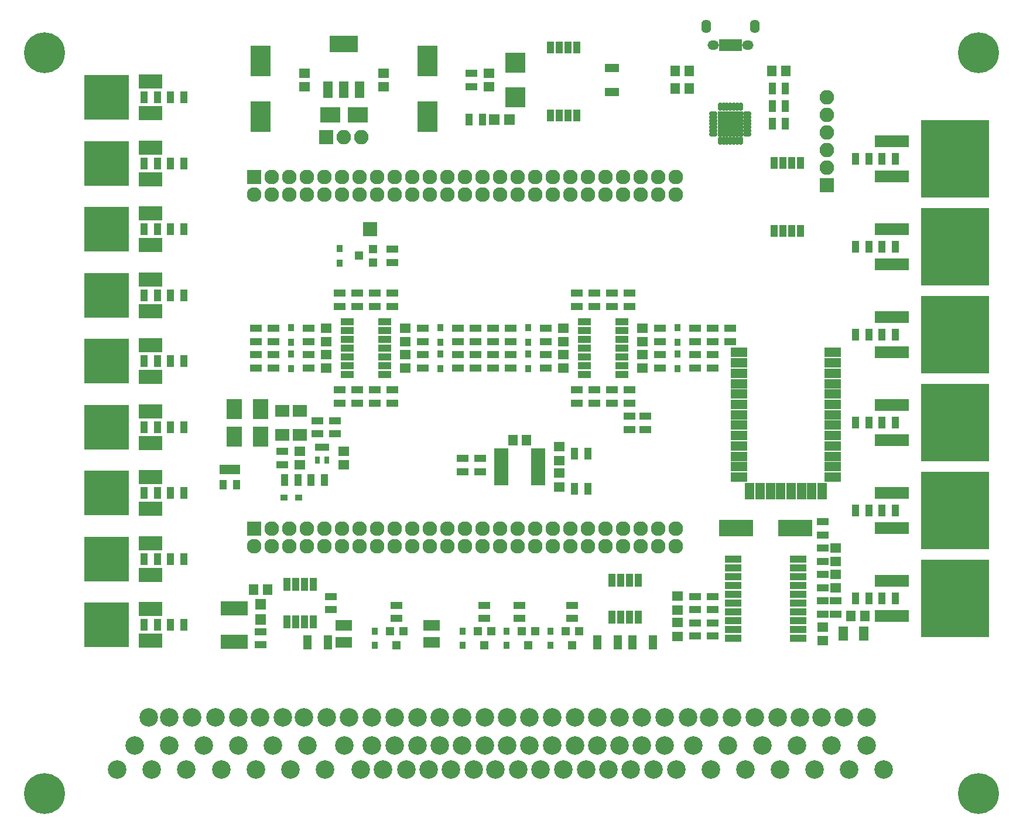
<source format=gbr>
G04 #@! TF.FileFunction,Soldermask,Top*
%FSLAX46Y46*%
G04 Gerber Fmt 4.6, Leading zero omitted, Abs format (unit mm)*
G04 Created by KiCad (PCBNEW 4.0.6) date 01/07/18 00:35:13*
%MOMM*%
%LPD*%
G01*
G04 APERTURE LIST*
%ADD10C,0.100000*%
%ADD11C,5.900000*%
%ADD12R,1.400000X1.650000*%
%ADD13R,1.650000X1.400000*%
%ADD14R,2.900000X2.950000*%
%ADD15R,1.400000X2.000000*%
%ADD16R,0.850000X1.000000*%
%ADD17R,1.600000X1.600000*%
%ADD18R,2.200000X2.900000*%
%ADD19R,2.900000X2.200000*%
%ADD20R,1.900000X1.000000*%
%ADD21O,0.700000X1.250000*%
%ADD22O,1.250000X0.700000*%
%ADD23R,2.075000X2.075000*%
%ADD24R,2.350000X1.000000*%
%ADD25R,1.000000X1.950000*%
%ADD26R,1.200000X1.300000*%
%ADD27R,1.300000X1.200000*%
%ADD28R,1.700000X1.100000*%
%ADD29R,1.100000X1.700000*%
%ADD30R,1.300000X2.100000*%
%ADD31R,2.100000X1.300000*%
%ADD32R,2.127200X2.127200*%
%ADD33O,2.127200X2.127200*%
%ADD34R,4.900000X2.400000*%
%ADD35R,2.429460X1.540460*%
%ADD36R,2.100000X2.100000*%
%ADD37O,2.100000X2.100000*%
%ADD38R,1.000000X0.850000*%
%ADD39R,2.900000X4.400000*%
%ADD40R,2.000000X0.810000*%
%ADD41R,0.800000X1.050000*%
%ADD42R,1.050000X1.460000*%
%ADD43R,2.100000X1.700000*%
%ADD44R,1.090000X1.750000*%
%ADD45R,2.400000X1.400000*%
%ADD46R,1.400000X2.400000*%
%ADD47R,3.448000X2.051000*%
%ADD48R,6.496000X6.496000*%
%ADD49R,9.800000X11.200000*%
%ADD50R,5.000000X1.790000*%
%ADD51C,1.206000*%
%ADD52R,0.800000X1.750000*%
%ADD53O,1.650000X1.350000*%
%ADD54O,1.400000X1.950000*%
%ADD55C,2.686000*%
%ADD56R,4.057600X2.432000*%
%ADD57R,1.416000X2.432000*%
%ADD58R,3.900000X2.000000*%
G04 APERTURE END LIST*
D10*
D11*
X140000000Y-112000000D03*
X5000000Y-112000000D03*
X140000000Y-5000000D03*
X5000000Y-5000000D03*
D12*
X110125000Y-7620000D03*
X112125000Y-7620000D03*
D13*
X45720000Y-46720000D03*
X45720000Y-44720000D03*
X80010000Y-46720000D03*
X80010000Y-44720000D03*
D12*
X98155000Y-7620000D03*
X96155000Y-7620000D03*
X35195000Y-82550000D03*
X37195000Y-82550000D03*
X98155000Y-10160000D03*
X96155000Y-10160000D03*
D13*
X42545000Y-9890000D03*
X42545000Y-7890000D03*
X53975000Y-9890000D03*
X53975000Y-7890000D03*
X45720000Y-48530000D03*
X45720000Y-50530000D03*
X80010000Y-48530000D03*
X80010000Y-50530000D03*
X69215000Y-7890000D03*
X69215000Y-9890000D03*
D14*
X73025000Y-6365000D03*
X73025000Y-11415000D03*
D13*
X57150000Y-48530000D03*
X57150000Y-50530000D03*
X91440000Y-48530000D03*
X91440000Y-50530000D03*
X57150000Y-46720000D03*
X57150000Y-44720000D03*
X91440000Y-46720000D03*
X91440000Y-44720000D03*
D15*
X120420000Y-88900000D03*
X123420000Y-88900000D03*
D13*
X117475000Y-89900000D03*
X117475000Y-87900000D03*
D12*
X121555000Y-86360000D03*
X123555000Y-86360000D03*
D13*
X119380000Y-78470000D03*
X119380000Y-76470000D03*
X119380000Y-82280000D03*
X119380000Y-80280000D03*
X96520000Y-87265000D03*
X96520000Y-89265000D03*
X96520000Y-85455000D03*
X96520000Y-83455000D03*
D16*
X40640000Y-46770000D03*
X40640000Y-44670000D03*
X74930000Y-46770000D03*
X74930000Y-44670000D03*
D17*
X36195000Y-86825000D03*
X36195000Y-84625000D03*
D18*
X36195000Y-60420000D03*
X36195000Y-56420000D03*
X32385000Y-56420000D03*
X32385000Y-60420000D03*
D19*
X46260000Y-13970000D03*
X50260000Y-13970000D03*
D16*
X40640000Y-48480000D03*
X40640000Y-50580000D03*
X74930000Y-48480000D03*
X74930000Y-50580000D03*
D17*
X70020000Y-14605000D03*
X72220000Y-14605000D03*
D16*
X62230000Y-48480000D03*
X62230000Y-50580000D03*
X96520000Y-48480000D03*
X96520000Y-50580000D03*
X52705000Y-88485000D03*
X52705000Y-90585000D03*
X78105000Y-88485000D03*
X78105000Y-90585000D03*
X47625000Y-35340000D03*
X47625000Y-33240000D03*
X62230000Y-46770000D03*
X62230000Y-44670000D03*
X96520000Y-46770000D03*
X96520000Y-44670000D03*
X65405000Y-88485000D03*
X65405000Y-90585000D03*
D20*
X48735000Y-43815000D03*
X48735000Y-45085000D03*
X48735000Y-46355000D03*
X48735000Y-47625000D03*
X48735000Y-48895000D03*
X48735000Y-50165000D03*
X48735000Y-51435000D03*
X54135000Y-51435000D03*
X54135000Y-50165000D03*
X54135000Y-48895000D03*
X54135000Y-47625000D03*
X54135000Y-46355000D03*
X54135000Y-45085000D03*
X54135000Y-43815000D03*
D21*
X105640000Y-12790000D03*
X105140000Y-12790000D03*
X104640000Y-12790000D03*
X104140000Y-12790000D03*
X103640000Y-12790000D03*
X103140000Y-12790000D03*
X102640000Y-12790000D03*
D22*
X101690000Y-13740000D03*
X101690000Y-14240000D03*
X101690000Y-14740000D03*
X101690000Y-15240000D03*
X101690000Y-15740000D03*
X101690000Y-16240000D03*
X101690000Y-16740000D03*
D21*
X102640000Y-17690000D03*
X103140000Y-17690000D03*
X103640000Y-17690000D03*
X104140000Y-17690000D03*
X104640000Y-17690000D03*
X105140000Y-17690000D03*
X105640000Y-17690000D03*
D22*
X106590000Y-16740000D03*
X106590000Y-16240000D03*
X106590000Y-15740000D03*
X106590000Y-15240000D03*
X106590000Y-14740000D03*
X106590000Y-14240000D03*
X106590000Y-13740000D03*
D23*
X103302500Y-16077500D03*
X104977500Y-16077500D03*
X103302500Y-14402500D03*
X104977500Y-14402500D03*
D20*
X83025000Y-43815000D03*
X83025000Y-45085000D03*
X83025000Y-46355000D03*
X83025000Y-47625000D03*
X83025000Y-48895000D03*
X83025000Y-50165000D03*
X83025000Y-51435000D03*
X88425000Y-51435000D03*
X88425000Y-50165000D03*
X88425000Y-48895000D03*
X88425000Y-47625000D03*
X88425000Y-46355000D03*
X88425000Y-45085000D03*
X88425000Y-43815000D03*
D24*
X113920000Y-89535000D03*
X113920000Y-88265000D03*
X113920000Y-86995000D03*
X113920000Y-85725000D03*
X113920000Y-84455000D03*
X113920000Y-83185000D03*
X113920000Y-81915000D03*
X113920000Y-80645000D03*
X113920000Y-79375000D03*
X113920000Y-78105000D03*
X104520000Y-78105000D03*
X104520000Y-79375000D03*
X104520000Y-80645000D03*
X104520000Y-81915000D03*
X104520000Y-83185000D03*
X104520000Y-84455000D03*
X104520000Y-85725000D03*
X104520000Y-86995000D03*
X104520000Y-88265000D03*
X104520000Y-89535000D03*
D25*
X43815000Y-81755000D03*
X42545000Y-81755000D03*
X41275000Y-81755000D03*
X40005000Y-81755000D03*
X40005000Y-87155000D03*
X41275000Y-87155000D03*
X42545000Y-87155000D03*
X43815000Y-87155000D03*
X90805000Y-81120000D03*
X89535000Y-81120000D03*
X88265000Y-81120000D03*
X86995000Y-81120000D03*
X86995000Y-86520000D03*
X88265000Y-86520000D03*
X89535000Y-86520000D03*
X90805000Y-86520000D03*
D26*
X56830000Y-88535000D03*
X54930000Y-88535000D03*
X55880000Y-90535000D03*
X82230000Y-88535000D03*
X80330000Y-88535000D03*
X81280000Y-90535000D03*
D27*
X52435000Y-35240000D03*
X52435000Y-33340000D03*
X50435000Y-34290000D03*
D26*
X69530000Y-88535000D03*
X67630000Y-88535000D03*
X68580000Y-90535000D03*
D28*
X35560000Y-46670000D03*
X35560000Y-44770000D03*
X69850000Y-46670000D03*
X69850000Y-44770000D03*
D29*
X25080000Y-59055000D03*
X23180000Y-59055000D03*
D28*
X38100000Y-44770000D03*
X38100000Y-46670000D03*
X72390000Y-44770000D03*
X72390000Y-46670000D03*
D29*
X110175000Y-10160000D03*
X112075000Y-10160000D03*
D28*
X36195000Y-90485000D03*
X36195000Y-88585000D03*
X43180000Y-44770000D03*
X43180000Y-46670000D03*
X77470000Y-44770000D03*
X77470000Y-46670000D03*
D29*
X25080000Y-49530000D03*
X23180000Y-49530000D03*
X25080000Y-40005000D03*
X23180000Y-40005000D03*
D28*
X50165000Y-41590000D03*
X50165000Y-39690000D03*
X84455000Y-41590000D03*
X84455000Y-39690000D03*
D29*
X25080000Y-30480000D03*
X23180000Y-30480000D03*
D28*
X47625000Y-39690000D03*
X47625000Y-41590000D03*
X81915000Y-39690000D03*
X81915000Y-41590000D03*
X35560000Y-48580000D03*
X35560000Y-50480000D03*
X69850000Y-48580000D03*
X69850000Y-50480000D03*
D29*
X25080000Y-20955000D03*
X23180000Y-20955000D03*
D28*
X38100000Y-50480000D03*
X38100000Y-48580000D03*
X72390000Y-50480000D03*
X72390000Y-48580000D03*
X43180000Y-50480000D03*
X43180000Y-48580000D03*
X77470000Y-50480000D03*
X77470000Y-48580000D03*
D29*
X25080000Y-11430000D03*
X23180000Y-11430000D03*
X110175000Y-12700000D03*
X112075000Y-12700000D03*
X112075000Y-15240000D03*
X110175000Y-15240000D03*
X68260000Y-14605000D03*
X66360000Y-14605000D03*
X122240000Y-83820000D03*
X124140000Y-83820000D03*
X126050000Y-83820000D03*
X127950000Y-83820000D03*
X25080000Y-78105000D03*
X23180000Y-78105000D03*
D28*
X50165000Y-53660000D03*
X50165000Y-55560000D03*
X84455000Y-53660000D03*
X84455000Y-55560000D03*
X47625000Y-55560000D03*
X47625000Y-53660000D03*
X81915000Y-55560000D03*
X81915000Y-53660000D03*
D29*
X122240000Y-71120000D03*
X124140000Y-71120000D03*
X126050000Y-71120000D03*
X127950000Y-71120000D03*
X25080000Y-68580000D03*
X23180000Y-68580000D03*
D28*
X67310000Y-48580000D03*
X67310000Y-50480000D03*
X101600000Y-48580000D03*
X101600000Y-50480000D03*
X64770000Y-50480000D03*
X64770000Y-48580000D03*
X99060000Y-50480000D03*
X99060000Y-48580000D03*
D29*
X122240000Y-58420000D03*
X124140000Y-58420000D03*
X126050000Y-58420000D03*
X127950000Y-58420000D03*
D28*
X59690000Y-50480000D03*
X59690000Y-48580000D03*
X93980000Y-50480000D03*
X93980000Y-48580000D03*
X55880000Y-86675000D03*
X55880000Y-84775000D03*
D29*
X122240000Y-45720000D03*
X124140000Y-45720000D03*
X126050000Y-45720000D03*
X127950000Y-45720000D03*
D28*
X81280000Y-86675000D03*
X81280000Y-84775000D03*
D29*
X122240000Y-33020000D03*
X124140000Y-33020000D03*
X126050000Y-33020000D03*
X127950000Y-33020000D03*
D28*
X52705000Y-53660000D03*
X52705000Y-55560000D03*
X86995000Y-53660000D03*
X86995000Y-55560000D03*
X55245000Y-35240000D03*
X55245000Y-33340000D03*
D29*
X122240000Y-20320000D03*
X124140000Y-20320000D03*
X126050000Y-20320000D03*
X127950000Y-20320000D03*
D28*
X55245000Y-55560000D03*
X55245000Y-53660000D03*
X89535000Y-55560000D03*
X89535000Y-53660000D03*
X67310000Y-46670000D03*
X67310000Y-44770000D03*
X104140000Y-44770000D03*
X104140000Y-46670000D03*
X101600000Y-46670000D03*
X101600000Y-44770000D03*
X64770000Y-44770000D03*
X64770000Y-46670000D03*
X99060000Y-44770000D03*
X99060000Y-46670000D03*
X59690000Y-44770000D03*
X59690000Y-46670000D03*
X93980000Y-44770000D03*
X93980000Y-46670000D03*
X117475000Y-80330000D03*
X117475000Y-82230000D03*
X119380000Y-84140000D03*
X119380000Y-86040000D03*
X52705000Y-41590000D03*
X52705000Y-39690000D03*
X86995000Y-41590000D03*
X86995000Y-39690000D03*
X117475000Y-86040000D03*
X117475000Y-84140000D03*
X117475000Y-76520000D03*
X117475000Y-78420000D03*
X55245000Y-39690000D03*
X55245000Y-41590000D03*
X89535000Y-39690000D03*
X89535000Y-41590000D03*
X117475000Y-74610000D03*
X117475000Y-72710000D03*
X101600000Y-87315000D03*
X101600000Y-89215000D03*
X101600000Y-83505000D03*
X101600000Y-85405000D03*
X46355000Y-83505000D03*
X46355000Y-85405000D03*
X99060000Y-87315000D03*
X99060000Y-89215000D03*
X99060000Y-85405000D03*
X99060000Y-83505000D03*
D30*
X45900000Y-90170000D03*
X43000000Y-90170000D03*
D28*
X68580000Y-86675000D03*
X68580000Y-84775000D03*
D30*
X89990000Y-90170000D03*
X92890000Y-90170000D03*
D31*
X86995000Y-7190000D03*
X86995000Y-10590000D03*
D32*
X35290000Y-73710000D03*
D33*
X35290000Y-76250000D03*
X37830000Y-73710000D03*
X37830000Y-76250000D03*
X40370000Y-73710000D03*
X40370000Y-76250000D03*
X42910000Y-73710000D03*
X42910000Y-76250000D03*
X45450000Y-73710000D03*
X45450000Y-76250000D03*
X47990000Y-73710000D03*
X47990000Y-76250000D03*
X50530000Y-73710000D03*
X50530000Y-76250000D03*
X53070000Y-73710000D03*
X53070000Y-76250000D03*
X55610000Y-73710000D03*
X55610000Y-76250000D03*
X58150000Y-73710000D03*
X58150000Y-76250000D03*
X60690000Y-73710000D03*
X60690000Y-76250000D03*
X63230000Y-73710000D03*
X63230000Y-76250000D03*
X65770000Y-73710000D03*
X65770000Y-76250000D03*
X68310000Y-73710000D03*
X68310000Y-76250000D03*
X70850000Y-73710000D03*
X70850000Y-76250000D03*
X73390000Y-73710000D03*
X73390000Y-76250000D03*
X75930000Y-73710000D03*
X75930000Y-76250000D03*
X78470000Y-73710000D03*
X78470000Y-76250000D03*
X81010000Y-73710000D03*
X81010000Y-76250000D03*
X83550000Y-73710000D03*
X83550000Y-76250000D03*
X86090000Y-73710000D03*
X86090000Y-76250000D03*
X88630000Y-73710000D03*
X88630000Y-76250000D03*
X91170000Y-73710000D03*
X91170000Y-76250000D03*
X93710000Y-73710000D03*
X93710000Y-76250000D03*
X96250000Y-73710000D03*
X96250000Y-76250000D03*
D32*
X35290000Y-22910000D03*
D33*
X35290000Y-25450000D03*
X37830000Y-22910000D03*
X37830000Y-25450000D03*
X40370000Y-22910000D03*
X40370000Y-25450000D03*
X42910000Y-22910000D03*
X42910000Y-25450000D03*
X45450000Y-22910000D03*
X45450000Y-25450000D03*
X47990000Y-22910000D03*
X47990000Y-25450000D03*
X50530000Y-22910000D03*
X50530000Y-25450000D03*
X53070000Y-22910000D03*
X53070000Y-25450000D03*
X55610000Y-22910000D03*
X55610000Y-25450000D03*
X58150000Y-22910000D03*
X58150000Y-25450000D03*
X60690000Y-22910000D03*
X60690000Y-25450000D03*
X63230000Y-22910000D03*
X63230000Y-25450000D03*
X65770000Y-22910000D03*
X65770000Y-25450000D03*
X68310000Y-22910000D03*
X68310000Y-25450000D03*
X70850000Y-22910000D03*
X70850000Y-25450000D03*
X73390000Y-22910000D03*
X73390000Y-25450000D03*
X75930000Y-22910000D03*
X75930000Y-25450000D03*
X78470000Y-22910000D03*
X78470000Y-25450000D03*
X81010000Y-22910000D03*
X81010000Y-25450000D03*
X83550000Y-22910000D03*
X83550000Y-25450000D03*
X86090000Y-22910000D03*
X86090000Y-25450000D03*
X88630000Y-22910000D03*
X88630000Y-25450000D03*
X91170000Y-22910000D03*
X91170000Y-25450000D03*
X93710000Y-22910000D03*
X93710000Y-25450000D03*
X96250000Y-22910000D03*
X96250000Y-25450000D03*
D34*
X113470000Y-73660000D03*
X104970000Y-73660000D03*
D35*
X60960000Y-90103960D03*
X60960000Y-87696040D03*
X48260000Y-90103960D03*
X48260000Y-87696040D03*
D29*
X19370000Y-59055000D03*
X21270000Y-59055000D03*
X19370000Y-49530000D03*
X21270000Y-49530000D03*
X19370000Y-40005000D03*
X21270000Y-40005000D03*
X19370000Y-30480000D03*
X21270000Y-30480000D03*
X19370000Y-20955000D03*
X21270000Y-20955000D03*
X19370000Y-11430000D03*
X21270000Y-11430000D03*
D13*
X79375000Y-65675000D03*
X79375000Y-67675000D03*
D12*
X74660000Y-60960000D03*
X72660000Y-60960000D03*
D13*
X79375000Y-61865000D03*
X79375000Y-63865000D03*
D16*
X71755000Y-88485000D03*
X71755000Y-90585000D03*
D36*
X52070000Y-30480000D03*
D26*
X75880000Y-88535000D03*
X73980000Y-88535000D03*
X74930000Y-90535000D03*
D28*
X65405000Y-65466000D03*
X65405000Y-63566000D03*
D29*
X81600000Y-67945000D03*
X83500000Y-67945000D03*
X19370000Y-87630000D03*
X21270000Y-87630000D03*
X25080000Y-87630000D03*
X23180000Y-87630000D03*
X81600000Y-62865000D03*
X83500000Y-62865000D03*
D28*
X89535000Y-57470000D03*
X89535000Y-59370000D03*
D30*
X87810000Y-90170000D03*
X84910000Y-90170000D03*
D28*
X73660000Y-86675000D03*
X73660000Y-84775000D03*
X67945000Y-65466000D03*
X67945000Y-63566000D03*
D29*
X19370000Y-78105000D03*
X21270000Y-78105000D03*
X19370000Y-68580000D03*
X21270000Y-68580000D03*
D36*
X118110000Y-24130000D03*
D37*
X118110000Y-21590000D03*
X118110000Y-19050000D03*
X118110000Y-16510000D03*
X118110000Y-13970000D03*
X118110000Y-11430000D03*
D13*
X41910000Y-62500000D03*
X41910000Y-64500000D03*
X48260000Y-64500000D03*
X48260000Y-62500000D03*
D38*
X39590000Y-69215000D03*
X41690000Y-69215000D03*
D29*
X43500000Y-66675000D03*
X45400000Y-66675000D03*
X41590000Y-66675000D03*
X39690000Y-66675000D03*
D28*
X39370000Y-64450000D03*
X39370000Y-62550000D03*
X46990000Y-60005000D03*
X46990000Y-58105000D03*
X44450000Y-58105000D03*
X44450000Y-60005000D03*
D39*
X36195000Y-14160000D03*
X36195000Y-6160000D03*
X60325000Y-14160000D03*
X60325000Y-6160000D03*
D40*
X71005700Y-62547500D03*
X71005700Y-63182500D03*
X71005700Y-63817500D03*
X71005700Y-64452500D03*
X71005700Y-65087500D03*
X71005700Y-65722500D03*
X71005700Y-66357500D03*
X71005700Y-66992500D03*
X76314300Y-66992500D03*
X76314300Y-66357500D03*
X76314300Y-65722500D03*
X76314300Y-65087500D03*
X76314300Y-64452500D03*
X76314300Y-63817500D03*
X76314300Y-63182500D03*
X76314300Y-62547500D03*
D41*
X45735000Y-61915000D03*
X44435000Y-61915000D03*
X45085000Y-61915000D03*
X44435000Y-63815000D03*
X45735000Y-63815000D03*
D28*
X91821000Y-57470000D03*
X91821000Y-59370000D03*
D36*
X45720000Y-17145000D03*
D37*
X48260000Y-17145000D03*
X50800000Y-17145000D03*
D42*
X32700000Y-65194000D03*
X31750000Y-65194000D03*
X30800000Y-65194000D03*
X30800000Y-67394000D03*
X32700000Y-67394000D03*
D43*
X39370000Y-60170000D03*
X39370000Y-56670000D03*
X41910000Y-56670000D03*
X41910000Y-60170000D03*
D44*
X114300000Y-20904000D03*
X113030000Y-20904000D03*
X111760000Y-20904000D03*
X110490000Y-20904000D03*
X110490000Y-30734000D03*
X111760000Y-30734000D03*
X113030000Y-30734000D03*
X114300000Y-30734000D03*
D45*
X105410000Y-48260000D03*
X105410000Y-49760000D03*
X105410000Y-51260000D03*
X105410000Y-52760000D03*
X105410000Y-54260000D03*
X105410000Y-55760000D03*
X105410000Y-57260000D03*
X105410000Y-58760000D03*
X105410000Y-60260000D03*
X105410000Y-61760000D03*
X105410000Y-63260000D03*
X105410000Y-64760000D03*
X105410000Y-66260000D03*
D46*
X106910000Y-68260000D03*
X108410000Y-68260000D03*
X109910000Y-68260000D03*
X111410000Y-68260000D03*
X112910000Y-68260000D03*
X114410000Y-68260000D03*
X115910000Y-68260000D03*
X117410000Y-68260000D03*
D45*
X118910000Y-66260000D03*
X118910000Y-64760000D03*
X118910000Y-63260000D03*
X118910000Y-61760000D03*
X118910000Y-60260000D03*
X118910000Y-58760000D03*
X118910000Y-57260000D03*
X118910000Y-55760000D03*
X118910000Y-54260000D03*
X118910000Y-52760000D03*
X118910000Y-51260000D03*
X118910000Y-49760000D03*
X118910000Y-48260000D03*
D44*
X78105000Y-14021000D03*
X79375000Y-14021000D03*
X80645000Y-14021000D03*
X81915000Y-14021000D03*
X81915000Y-4191000D03*
X80645000Y-4191000D03*
X79375000Y-4191000D03*
X78105000Y-4191000D03*
D28*
X66675000Y-9840000D03*
X66675000Y-7940000D03*
D47*
X20320000Y-89916000D03*
D48*
X13970000Y-87630000D03*
D47*
X20320000Y-85344000D03*
X20320000Y-61341000D03*
D48*
X13970000Y-59055000D03*
D47*
X20320000Y-56769000D03*
X20320000Y-51816000D03*
D48*
X13970000Y-49530000D03*
D47*
X20320000Y-47244000D03*
X20320000Y-42291000D03*
D48*
X13970000Y-40005000D03*
D47*
X20320000Y-37719000D03*
X20320000Y-32766000D03*
D48*
X13970000Y-30480000D03*
D47*
X20320000Y-28194000D03*
X20320000Y-23241000D03*
D48*
X13970000Y-20955000D03*
D47*
X20320000Y-18669000D03*
X20320000Y-13716000D03*
D48*
X13970000Y-11430000D03*
D47*
X20320000Y-9144000D03*
D49*
X136660000Y-83820000D03*
D50*
X127500000Y-86360000D03*
X127500000Y-81280000D03*
D51*
X136580000Y-83820000D03*
X139580000Y-83820000D03*
X133580000Y-83820000D03*
X133580000Y-81320000D03*
X136580000Y-81320000D03*
X139580000Y-81320000D03*
X133580000Y-86320000D03*
X136580000Y-86320000D03*
X139580000Y-86320000D03*
D47*
X20320000Y-80391000D03*
D48*
X13970000Y-78105000D03*
D47*
X20320000Y-75819000D03*
D49*
X136660000Y-71120000D03*
D50*
X127500000Y-73660000D03*
X127500000Y-68580000D03*
D51*
X136580000Y-71120000D03*
X139580000Y-71120000D03*
X133580000Y-71120000D03*
X133580000Y-68620000D03*
X136580000Y-68620000D03*
X139580000Y-68620000D03*
X133580000Y-73620000D03*
X136580000Y-73620000D03*
X139580000Y-73620000D03*
D47*
X20320000Y-70866000D03*
D48*
X13970000Y-68580000D03*
D47*
X20320000Y-66294000D03*
D49*
X136660000Y-58420000D03*
D50*
X127500000Y-60960000D03*
X127500000Y-55880000D03*
D51*
X136580000Y-58420000D03*
X139580000Y-58420000D03*
X133580000Y-58420000D03*
X133580000Y-55920000D03*
X136580000Y-55920000D03*
X139580000Y-55920000D03*
X133580000Y-60920000D03*
X136580000Y-60920000D03*
X139580000Y-60920000D03*
D49*
X136660000Y-45720000D03*
D50*
X127500000Y-48260000D03*
X127500000Y-43180000D03*
D51*
X136580000Y-45720000D03*
X139580000Y-45720000D03*
X133580000Y-45720000D03*
X133580000Y-43220000D03*
X136580000Y-43220000D03*
X139580000Y-43220000D03*
X133580000Y-48220000D03*
X136580000Y-48220000D03*
X139580000Y-48220000D03*
D49*
X136660000Y-33020000D03*
D50*
X127500000Y-35560000D03*
X127500000Y-30480000D03*
D51*
X136580000Y-33020000D03*
X139580000Y-33020000D03*
X133580000Y-33020000D03*
X133580000Y-30520000D03*
X136580000Y-30520000D03*
X139580000Y-30520000D03*
X133580000Y-35520000D03*
X136580000Y-35520000D03*
X139580000Y-35520000D03*
D49*
X136660000Y-20320000D03*
D50*
X127500000Y-22860000D03*
X127500000Y-17780000D03*
D51*
X136580000Y-20320000D03*
X139580000Y-20320000D03*
X133580000Y-20320000D03*
X133580000Y-17820000D03*
X136580000Y-17820000D03*
X139580000Y-17820000D03*
X133580000Y-22820000D03*
X136580000Y-22820000D03*
X139580000Y-22820000D03*
D52*
X105440000Y-3890000D03*
X104790000Y-3890000D03*
X104140000Y-3890000D03*
X103490000Y-3890000D03*
X102840000Y-3890000D03*
D53*
X106640000Y-3890000D03*
X101640000Y-3890000D03*
D54*
X107640000Y-1190000D03*
X100640000Y-1190000D03*
D55*
X126292000Y-108500000D03*
X121292000Y-108500000D03*
X116292000Y-108500000D03*
X111292000Y-108500000D03*
X106292000Y-108500000D03*
X101292000Y-108500000D03*
X96292000Y-108500000D03*
X92992000Y-108500000D03*
X89692000Y-108500000D03*
X86492000Y-108500000D03*
X83292000Y-108500000D03*
X79992000Y-108500000D03*
X76692000Y-108500000D03*
X73492000Y-108500000D03*
X70192000Y-108500000D03*
X66992000Y-108500000D03*
X63692000Y-108500000D03*
X60492000Y-108500000D03*
X57292000Y-108500000D03*
X53892000Y-108500000D03*
X50692000Y-108500000D03*
X45492000Y-108500000D03*
X40492000Y-108500000D03*
X35492000Y-108500000D03*
X30492000Y-108500000D03*
X25492000Y-108500000D03*
X20492000Y-108500000D03*
X15492000Y-108500000D03*
X123792000Y-105000000D03*
X118792000Y-105000000D03*
X113792000Y-105000000D03*
X108792000Y-105000000D03*
X103792000Y-105000000D03*
X98792000Y-105000000D03*
X94642000Y-105000000D03*
X91342000Y-105000000D03*
X88092000Y-105000000D03*
X84892000Y-105000000D03*
X81642000Y-105000000D03*
X78342000Y-105000000D03*
X75092000Y-105000000D03*
X71842000Y-105000000D03*
X68592000Y-105000000D03*
X65342000Y-105000000D03*
X62092000Y-105000000D03*
X58892000Y-105000000D03*
X55592000Y-105000000D03*
X52292000Y-105000000D03*
X48292000Y-105000000D03*
X42992000Y-105000000D03*
X37992000Y-105000000D03*
X32992000Y-105000000D03*
X27992000Y-105000000D03*
X22992000Y-105000000D03*
X17992000Y-105000000D03*
X123792000Y-101000000D03*
X120492000Y-101000000D03*
X117292000Y-101000000D03*
X114192000Y-101000000D03*
X110992000Y-101000000D03*
X107692000Y-101000000D03*
X104392000Y-101000000D03*
X101092000Y-101000000D03*
X97992000Y-101000000D03*
X94642000Y-101000000D03*
X91342000Y-101000000D03*
X88092000Y-101000000D03*
X84892000Y-101000000D03*
X81642000Y-101000000D03*
X78342000Y-101000000D03*
X75092000Y-101000000D03*
X71842000Y-101000000D03*
X68592000Y-101000000D03*
X65342000Y-101000000D03*
X62092000Y-101000000D03*
X58892000Y-101000000D03*
X55592000Y-101000000D03*
X52292000Y-101000000D03*
X48992000Y-101000000D03*
X45792000Y-101000000D03*
X42492000Y-101000000D03*
X39392000Y-101000000D03*
X36092000Y-101000000D03*
X32992000Y-101000000D03*
X29692000Y-101000000D03*
X26292000Y-101000000D03*
X22992000Y-101000000D03*
X19992000Y-101000000D03*
D56*
X48260000Y-3683000D03*
D57*
X48260000Y-10287000D03*
X50546000Y-10287000D03*
X45974000Y-10287000D03*
D58*
X32385000Y-85190000D03*
X32385000Y-90070000D03*
M02*

</source>
